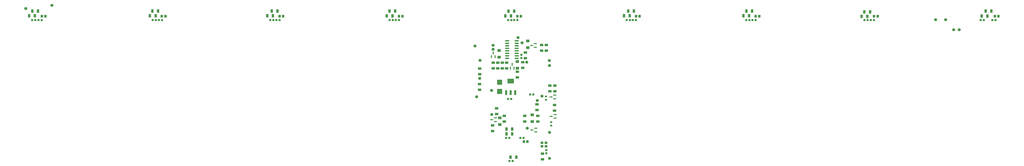
<source format=gbp>
G04 Layer_Color=128*
%FSLAX25Y25*%
%MOIN*%
G70*
G01*
G75*
%ADD19R,0.05512X0.04724*%
%ADD20R,0.03937X0.03937*%
%ADD21R,0.07087X0.05118*%
%ADD32R,0.03937X0.03543*%
%ADD33R,0.02362X0.05905*%
%ADD34O,0.08661X0.02362*%
%ADD35R,0.05905X0.02362*%
%ADD36R,0.03937X0.09449*%
%ADD37R,0.12992X0.09449*%
%ADD38R,0.05118X0.07087*%
%ADD39R,0.04724X0.05512*%
%ADD40R,0.03937X0.03937*%
%ADD41C,0.05905*%
%ADD42R,0.10000X0.10000*%
%ADD43R,0.07087X0.05512*%
D19*
X1045500Y-183657D02*
D03*
Y-190743D02*
D03*
X1053500Y-183657D02*
D03*
Y-190743D02*
D03*
D20*
X1054000Y-204650D02*
D03*
Y-198350D02*
D03*
X1004500Y-14499D02*
D03*
Y-8200D02*
D03*
D21*
X921300Y-35691D02*
D03*
Y-47109D02*
D03*
X921200Y-78009D02*
D03*
Y-66591D02*
D03*
X1046300Y-205291D02*
D03*
Y-216709D02*
D03*
X1071000Y-69491D02*
D03*
Y-80909D02*
D03*
X1061000D02*
D03*
Y-69491D02*
D03*
X1054100Y83D02*
D03*
Y11500D02*
D03*
X1044600Y11509D02*
D03*
Y91D02*
D03*
X1012300Y-3491D02*
D03*
Y-14909D02*
D03*
X1007000Y-34209D02*
D03*
Y-22791D02*
D03*
X975200Y-23991D02*
D03*
Y-35409D02*
D03*
X966300Y-23991D02*
D03*
Y-35409D02*
D03*
X957400D02*
D03*
Y-23991D02*
D03*
X948500D02*
D03*
Y-35409D02*
D03*
X996300Y-53409D02*
D03*
Y-41991D02*
D03*
X1035500Y-106991D02*
D03*
Y-118409D02*
D03*
X1070500Y-108291D02*
D03*
Y-119709D02*
D03*
X947000Y-148991D02*
D03*
Y-160409D02*
D03*
X970500Y-141409D02*
D03*
Y-129991D02*
D03*
X955000Y-114991D02*
D03*
Y-126409D02*
D03*
X1037000Y-129991D02*
D03*
Y-141409D02*
D03*
X1011000D02*
D03*
Y-129991D02*
D03*
D32*
X1053500Y-98046D02*
D03*
Y-91353D02*
D03*
X1063900Y-142654D02*
D03*
Y-149346D02*
D03*
D33*
X948400Y-4460D02*
D03*
X944660Y-11940D02*
D03*
X952140D02*
D03*
X986100Y-27360D02*
D03*
X982360Y-34840D02*
D03*
X989840D02*
D03*
D34*
X995000Y19800D02*
D03*
Y14800D02*
D03*
Y9800D02*
D03*
Y4800D02*
D03*
Y-200D02*
D03*
Y-5200D02*
D03*
Y-10200D02*
D03*
Y-15200D02*
D03*
X976102Y19800D02*
D03*
Y14800D02*
D03*
Y9800D02*
D03*
Y4800D02*
D03*
Y-200D02*
D03*
Y-5200D02*
D03*
Y-10200D02*
D03*
Y-15200D02*
D03*
D35*
X1024700Y10360D02*
D03*
X1032180Y6620D02*
D03*
Y14100D02*
D03*
X1063260Y-92200D02*
D03*
X1070740Y-95940D02*
D03*
Y-88460D02*
D03*
X1063760Y-131000D02*
D03*
X1071240Y-134740D02*
D03*
Y-127260D02*
D03*
X945260Y-137700D02*
D03*
X952740Y-141440D02*
D03*
Y-133960D02*
D03*
X1025500Y-158200D02*
D03*
X1032980Y-161940D02*
D03*
Y-154460D02*
D03*
D36*
X992055Y-83617D02*
D03*
X983000D02*
D03*
X973945D02*
D03*
D37*
X983000Y-60783D02*
D03*
D38*
X974791Y-156400D02*
D03*
X986209D02*
D03*
X974791Y-166100D02*
D03*
X986209D02*
D03*
X982891Y-212400D02*
D03*
X994309D02*
D03*
X1928591Y78900D02*
D03*
X1940009D02*
D03*
X1920791Y69100D02*
D03*
X1932209D02*
D03*
X1681783Y68500D02*
D03*
X1693200D02*
D03*
X1687191Y77400D02*
D03*
X1698609D02*
D03*
X1446391Y69600D02*
D03*
X1457809D02*
D03*
X1452391Y78900D02*
D03*
X1463809D02*
D03*
X1217091D02*
D03*
X1228509D02*
D03*
X1208691Y69600D02*
D03*
X1220109D02*
D03*
X978791Y78800D02*
D03*
X990209D02*
D03*
X972291Y69300D02*
D03*
X983709D02*
D03*
X741691Y78900D02*
D03*
X753109D02*
D03*
X736383Y69300D02*
D03*
X747800D02*
D03*
X507283Y78900D02*
D03*
X518700D02*
D03*
X498291Y69600D02*
D03*
X509709D02*
D03*
X269791Y78900D02*
D03*
X281209D02*
D03*
X264891Y69600D02*
D03*
X276309D02*
D03*
X24291D02*
D03*
X35709D02*
D03*
X30800Y78900D02*
D03*
X42217D02*
D03*
D39*
X1016543Y-181200D02*
D03*
X1009457D02*
D03*
X1947057Y68700D02*
D03*
X1954143D02*
D03*
X1706557D02*
D03*
X1713643D02*
D03*
X1470857D02*
D03*
X1477943D02*
D03*
X1232700D02*
D03*
X1239787D02*
D03*
X996357D02*
D03*
X1003443D02*
D03*
X760657D02*
D03*
X767743D02*
D03*
X523057D02*
D03*
X530143D02*
D03*
X288557D02*
D03*
X295643D02*
D03*
X49757D02*
D03*
X56843D02*
D03*
D40*
X1008750Y-174100D02*
D03*
X1002450D02*
D03*
X980350Y-174000D02*
D03*
X974050D02*
D03*
X987050Y-220100D02*
D03*
X980750D02*
D03*
X1925150Y61200D02*
D03*
X1918850D02*
D03*
X1687400Y61100D02*
D03*
X1693699D02*
D03*
X1452150Y61200D02*
D03*
X1458450D02*
D03*
X1214000D02*
D03*
X1220299D02*
D03*
X977950D02*
D03*
X984250D02*
D03*
X742150D02*
D03*
X748450D02*
D03*
X504350D02*
D03*
X510650D02*
D03*
X1028150Y-87200D02*
D03*
X1021850D02*
D03*
X977850Y-96200D02*
D03*
X984150D02*
D03*
X1948450Y61200D02*
D03*
X1942150D02*
D03*
X49350Y61200D02*
D03*
X43050D02*
D03*
X288950D02*
D03*
X282650D02*
D03*
X523050D02*
D03*
X516750D02*
D03*
X760600D02*
D03*
X754301D02*
D03*
X996450D02*
D03*
X990150D02*
D03*
X1232450D02*
D03*
X1226150D02*
D03*
X1470599D02*
D03*
X1464300D02*
D03*
X1706250D02*
D03*
X1699950D02*
D03*
X270550Y61200D02*
D03*
X276850D02*
D03*
X30350D02*
D03*
X36650D02*
D03*
D41*
X17900Y84000D02*
D03*
X1045500Y-90700D02*
D03*
X922000Y-19200D02*
D03*
X945000Y-79200D02*
D03*
X1060500Y-214700D02*
D03*
Y-163100D02*
D03*
X1060100Y-19700D02*
D03*
X1060300Y-29700D02*
D03*
X915300Y-92000D02*
D03*
X921300Y-55200D02*
D03*
X1005700Y15800D02*
D03*
X945500Y-127200D02*
D03*
X1876000Y41800D02*
D03*
X1829000Y61800D02*
D03*
X1865000Y41800D02*
D03*
X1849000Y61800D02*
D03*
X948200Y2800D02*
D03*
X912200Y9500D02*
D03*
X948200Y10700D02*
D03*
X1015000Y-23000D02*
D03*
X997600Y26016D02*
D03*
X1036000Y-99200D02*
D03*
X1016000Y-154700D02*
D03*
X69600Y90400D02*
D03*
D42*
X961000Y-81450D02*
D03*
Y-62950D02*
D03*
D43*
X1017000Y19493D02*
D03*
Y6107D02*
D03*
X961500Y-134007D02*
D03*
Y-147393D02*
D03*
X960200Y-12993D02*
D03*
Y393D02*
D03*
X996500Y-34893D02*
D03*
Y-21507D02*
D03*
X1026000Y-128007D02*
D03*
Y-141393D02*
D03*
M02*

</source>
